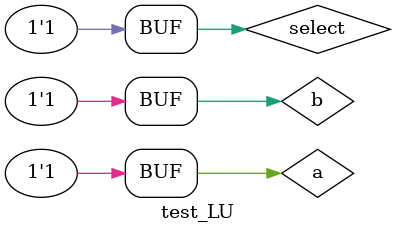
<source format=v>
module mux ( output s, input a, input b,input select );
// definir dados locais
wire not_select;
wire sa;
wire sb;
// descrever por portas
not NOT1 ( not_select, select );
and AND1 ( sa, a, not_select );
and AND2 ( sb, b, select );
or OR1 ( s , sa, sb);
endmodule // mux

module LU (output s0,s1,s, 
           input a,b,select);
or OR1 (s0,a,b);
and AND1(s1,a,b);
mux MUX1(s,s0,s1,select);
endmodule

module test_LU;
reg a,b;
reg select;
wire s0,s1,s;


LU LU1 ( s0,s1,s,a,b,select);

initial begin

a=0;b=0;select=0;
end


initial begin: main 
    $display(" Exemplo_0701 - Guilherme Gomes de Brites - 808721");
    $display(" Exemplo 01"); 
    $display ("a b | s0 s1 s");
    $monitor ("%2b%2b%3b%3b%3b" , a,b,s0,s1,s);

#1 b=1;
#1 a =1; b=0;
#1 b=1;
#1 a=0; b=0; select=1;
#1 b=1;
#1 a =1; b=0;
#1 b=1;

end 
endmodule




















</source>
